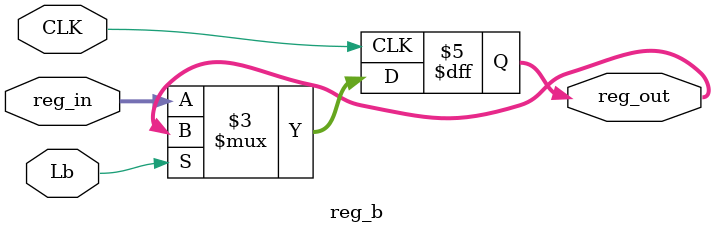
<source format=v>
module reg_b(Lb, CLK, reg_in, reg_out);
	
	input Lb;
	input CLK;
	
	input [7:0] reg_in;
	output reg [7:0] reg_out;
	
	always@(posedge CLK) begin
		if (~Lb) begin
			reg_out <= reg_in;	
		end
	end
endmodule


</source>
